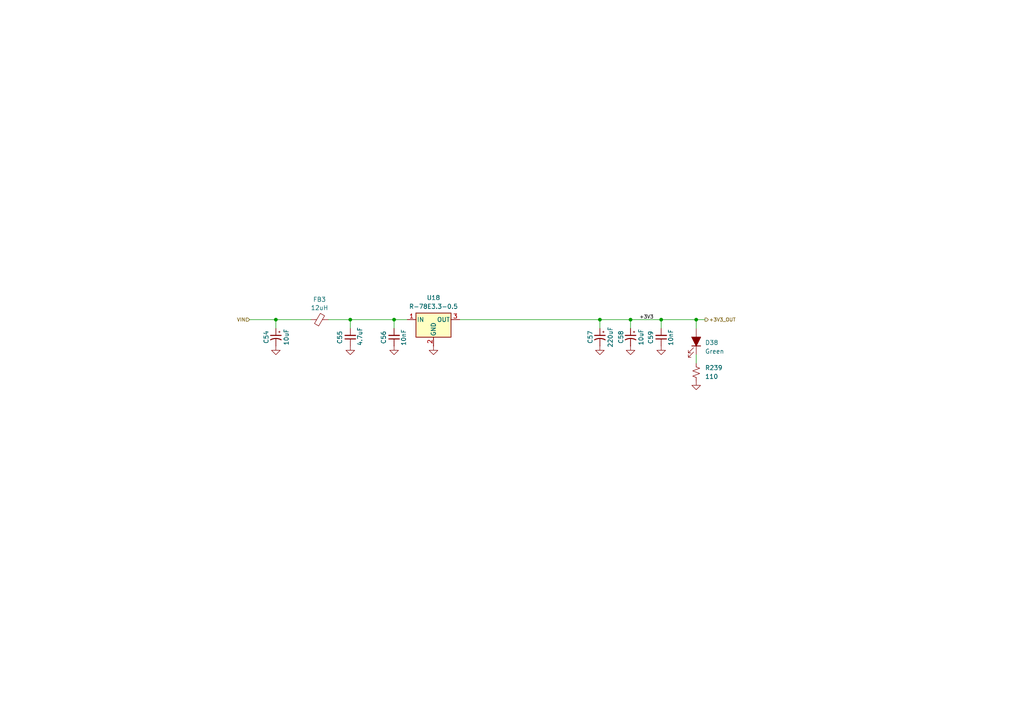
<source format=kicad_sch>
(kicad_sch (version 20250114) (generator "eeschema") (generator_version "9.0")
  (paper "A4")
  (lib_symbols
    (symbol "Device:C_Polarized_Small_US" (pin_numbers (hide yes)) (pin_names (offset 0.254) (hide yes))
      (property "Reference" "C" (at 0.254 1.778 0))
      (property "Value" "C_Polarized_Small_US" (at 0.254 -2.032 0))
      (symbol "C_Polarized_Small_US_0_1"
        (polyline (pts (xy -1.524 0.508) (xy 1.524 0.508)) (stroke (width 0.3048)))
        (polyline (pts (xy -1.27 1.524) (xy -0.762 1.524)))
        (polyline (pts (xy -1.016 1.27) (xy -1.016 1.778)))
        (arc (start -1.524 -0.762) (mid 0 -0.3734) (end 1.524 -0.762) (stroke (width 0.3048)))
      )
      (symbol "C_Polarized_Small_US_1_1"
        (pin passive line (at 0 2.54 270) (length 2.032) (name "~") (number "1"))
        (pin passive line (at 0 -2.54 90) (length 2.032) (name "~") (number "2"))
      )
    )
    (symbol "Device:C_Small" (pin_numbers (hide yes)) (pin_names (offset 0.254) (hide yes))
      (property "Reference" "C" (at 0.254 1.778 0))
      (property "Value" "C_Small" (at 0.254 -2.032 0))
      (symbol "C_Small_0_1"
        (polyline (pts (xy -1.524 0.508) (xy 1.524 0.508)) (stroke (width 0.3048)))
        (polyline (pts (xy -1.524 -0.508) (xy 1.524 -0.508)) (stroke (width 0.3302)))
      )
      (symbol "C_Small_1_1"
        (pin passive line (at 0 2.54 270) (length 2.032) (name "~") (number "1"))
        (pin passive line (at 0 -2.54 90) (length 2.032) (name "~") (number "2"))
      )
    )
    (symbol "Device:FerriteBead_Small" (pin_numbers (hide yes)) (pin_names (offset 0))
      (property "Reference" "FB" (at 1.905 1.27 0))
      (property "Value" "FerriteBead_Small" (at 1.905 -1.27 0))
      (symbol "FerriteBead_Small_0_1"
        (polyline (pts (xy -1.8288 0.2794) (xy -1.1176 1.4986) (xy 1.8288 -0.2032) (xy 1.1176 -1.4224) (xy -1.8288 0.2794)))
        (polyline (pts (xy 0 0.889) (xy 0 1.2954)))
        (polyline (pts (xy 0 -1.27) (xy 0 -0.7874)))
      )
      (symbol "FerriteBead_Small_1_1"
        (pin passive line (at 0 2.54 270) (length 1.27) (name "~") (number "1"))
        (pin passive line (at 0 -2.54 90) (length 1.27) (name "~") (number "2"))
      )
    )
    (symbol "Device:LED_Filled" (pin_numbers (hide yes)) (pin_names (offset 1.016) (hide yes))
      (property "Reference" "D" (at 0 2.54 0))
      (property "Value" "LED_Filled" (at 0 -2.54 0))
      (symbol "LED_Filled_0_1"
        (polyline (pts (xy -3.048 -0.762) (xy -4.572 -2.286) (xy -3.81 -2.286) (xy -4.572 -2.286) (xy -4.572 -1.524)))
        (polyline (pts (xy -1.778 -0.762) (xy -3.302 -2.286) (xy -2.54 -2.286) (xy -3.302 -2.286) (xy -3.302 -1.524)))
        (polyline (pts (xy -1.27 0) (xy 1.27 0)))
        (polyline (pts (xy -1.27 -1.27) (xy -1.27 1.27)) (stroke (width 0.254)))
        (polyline (pts (xy 1.27 -1.27) (xy 1.27 1.27) (xy -1.27 0) (xy 1.27 -1.27)) (stroke (width 0.254)) (fill (type outline)))
      )
      (symbol "LED_Filled_1_1"
        (pin passive line (at -3.81 0 0) (length 2.54) (name "K") (number "1"))
        (pin passive line (at 3.81 0 180) (length 2.54) (name "A") (number "2"))
      )
    )
    (symbol "Device:R_Small_US" (pin_numbers (hide yes)) (pin_names (offset 0.254) (hide yes))
      (property "Reference" "R" (at 0.762 0.508 0))
      (property "Value" "R_Small_US" (at 0.762 -1.016 0))
      (symbol "R_Small_US_1_1"
        (polyline (pts (xy 0 1.524) (xy 1.016 1.143) (xy 0 0.762) (xy -1.016 0.381) (xy 0 0)))
        (polyline (pts (xy 0 0) (xy 1.016 -0.381) (xy 0 -0.762) (xy -1.016 -1.143) (xy 0 -1.524)))
        (pin passive line (at 0 2.54 270) (length 1.016) (name "~") (number "1"))
        (pin passive line (at 0 -2.54 90) (length 1.016) (name "~") (number "2"))
      )
    )
    (symbol "Regulator_Switching:R-78E3.3-0.5" (pin_names (offset 0.254))
      (property "Reference" "U" (at -3.81 3.175 0))
      (property "Value" "R-78E3.3-0.5" (at 0 3.175 0))
      (symbol "R-78E3.3-0.5_0_1"
        (rectangle (start -5.08 1.905) (end 5.08 -5.08) (stroke (width 0.254)) (fill (type background)))
      )
      (symbol "R-78E3.3-0.5_1_1"
        (pin power_in line (at -7.62 0 0) (length 2.54) (name "IN") (number "1"))
        (pin power_in line (at 0 -7.62 90) (length 2.54) (name "GND") (number "2"))
        (pin power_out line (at 7.62 0 180) (length 2.54) (name "OUT") (number "3"))
      )
    )
    (symbol "power:GND" (power) (pin_numbers (hide yes)) (pin_names (offset 0) (hide yes))
      (property "Value" "GND" (at 0 -3.81 0))
      (symbol "GND_0_1"
        (polyline (pts (xy 0 0) (xy 0 -1.27) (xy 1.27 -1.27) (xy 0 -2.54) (xy -1.27 -1.27) (xy 0 -1.27)))
      )
      (symbol "GND_1_1"
        (pin power_in line (at 0 0 270) (length 0) (name "~") (number "1"))
      )
    )
  )
  (junction (at 80.01 92.71))
  (junction (at 101.6 92.71))
  (junction (at 114.3 92.71))
  (junction (at 173.99 92.71))
  (junction (at 182.88 92.71))
  (junction (at 191.77 92.71))
  (junction (at 201.93 92.71))
  (wire (pts (xy 133.35 92.71) (xy 173.99 92.71)))
  (wire (pts (xy 201.93 92.71) (xy 204.47 92.71)))
  (wire (pts (xy 182.88 92.71) (xy 191.77 92.71)))
  (wire (pts (xy 173.99 92.71) (xy 173.99 95.25)))
  (wire (pts (xy 114.3 92.71) (xy 114.3 95.25)))
  (wire (pts (xy 72.39 92.71) (xy 80.01 92.71)))
  (wire (pts (xy 201.93 95.25) (xy 201.93 92.71)))
  (wire (pts (xy 114.3 92.71) (xy 118.11 92.71)))
  (wire (pts (xy 201.93 102.87) (xy 201.93 105.41)))
  (wire (pts (xy 101.6 92.71) (xy 114.3 92.71)))
  (wire (pts (xy 182.88 92.71) (xy 182.88 95.25)))
  (wire (pts (xy 80.01 92.71) (xy 80.01 95.25)))
  (wire (pts (xy 173.99 92.71) (xy 182.88 92.71)))
  (wire (pts (xy 101.6 92.71) (xy 101.6 95.25)))
  (wire (pts (xy 191.77 95.25) (xy 191.77 92.71)))
  (wire (pts (xy 95.25 92.71) (xy 101.6 92.71)))
  (wire (pts (xy 191.77 92.71) (xy 201.93 92.71)))
  (wire (pts (xy 80.01 92.71) (xy 90.17 92.71)))
  (label "+3V3" (at 185.42 92.71 0) (effects (font (size 1 1))))
  (hierarchical_label "VIN" (shape input) (at 72.39 92.71 180) (effects (font (size 1 1))))
  (hierarchical_label "+3V3_OUT" (shape output) (at 204.47 92.71 0) (effects (font (size 1 1))))
  (symbol (lib_id "Device:C_Polarized_Small_US") (at 182.88 97.79 0) (mirror y) (unit 1)
    (property "Reference" "C58" (at 180.086 97.79 90))
    (property "Value" "10uF" (at 185.928 97.79 90))
    (property "Description" "Polarized capacitor, small US symbol" (effects (hide yes)))
  )
  (symbol (lib_id "power:GND") (at 201.93 110.49 0) (unit 1)
    (property "Reference" "#PWR0158" (effects (hide yes)))
    (property "Value" "GND" (effects (hide yes)))
    (property "Description" "Power symbol creates a global label with name \"GND\" , ground" (effects (hide yes)))
  )
  (symbol (lib_id "Device:LED_Filled") (at 201.93 99.06 270) (mirror x) (unit 1)
    (property "Reference" "D38" (at 204.47 99.3774 90) (effects (justify left)))
    (property "Value" "Green" (at 204.47 101.9174 90) (effects (justify left)))
    (property "Footprint" "LED_THT:LED_D5.0mm" (effects (hide yes)))
    (property "Description" "Light emitting diode, filled shape" (effects (hide yes)))
    (property "DigiKey Part Number" "732-5016-ND" (effects (hide yes)))
  )
  (symbol (lib_id "Device:C_Polarized_Small_US") (at 80.01 97.79 0) (mirror y) (unit 1)
    (property "Reference" "C54" (at 77.216 97.79 90))
    (property "Value" "10uF" (at 83.058 97.79 90))
    (property "Description" "Polarized capacitor, small US symbol" (effects (hide yes)))
  )
  (symbol (lib_id "power:GND") (at 114.3 100.33 0) (unit 1)
    (property "Reference" "#PWR0153" (effects (hide yes)))
    (property "Value" "GND" (effects (hide yes)))
    (property "Description" "Power symbol creates a global label with name \"GND\" , ground" (effects (hide yes)))
  )
  (symbol (lib_id "Device:C_Polarized_Small_US") (at 173.99 97.79 0) (mirror y) (unit 1)
    (property "Reference" "C57" (at 171.196 97.79 90))
    (property "Value" "220uF" (at 177.038 97.79 90))
    (property "Description" "Polarized capacitor, small US symbol" (effects (hide yes)))
  )
  (symbol (lib_id "power:GND") (at 191.77 100.33 0) (unit 1)
    (property "Reference" "#PWR0157" (effects (hide yes)))
    (property "Value" "GND" (effects (hide yes)))
    (property "Description" "Power symbol creates a global label with name \"GND\" , ground" (effects (hide yes)))
  )
  (symbol (lib_id "power:GND") (at 182.88 100.33 0) (unit 1)
    (property "Reference" "#PWR0156" (effects (hide yes)))
    (property "Value" "GND" (effects (hide yes)))
    (property "Description" "Power symbol creates a global label with name \"GND\" , ground" (effects (hide yes)))
  )
  (symbol (lib_id "power:GND") (at 101.6 100.33 0) (unit 1)
    (property "Reference" "#PWR0152" (effects (hide yes)))
    (property "Value" "GND" (effects (hide yes)))
    (property "Description" "Power symbol creates a global label with name \"GND\" , ground" (effects (hide yes)))
  )
  (symbol (lib_id "power:GND") (at 80.01 100.33 0) (unit 1)
    (property "Reference" "#PWR0151" (effects (hide yes)))
    (property "Value" "GND" (effects (hide yes)))
    (property "Description" "Power symbol creates a global label with name \"GND\" , ground" (effects (hide yes)))
  )
  (symbol (lib_id "Device:FerriteBead_Small") (at 92.71 92.71 90) (unit 1)
    (property "Reference" "FB3" (at 92.6719 86.8637 90))
    (property "Value" "12uH" (at 92.6719 89.288 90))
    (property "Description" "Ferrite bead, small symbol" (effects (hide yes)))
  )
  (symbol (lib_id "power:GND") (at 173.99 100.33 0) (unit 1)
    (property "Reference" "#PWR0155" (effects (hide yes)))
    (property "Value" "GND" (effects (hide yes)))
    (property "Description" "Power symbol creates a global label with name \"GND\" , ground" (effects (hide yes)))
  )
  (symbol (lib_id "power:GND") (at 125.73 100.33 0) (unit 1)
    (property "Reference" "#PWR0154" (effects (hide yes)))
    (property "Value" "GND" (effects (hide yes)))
    (property "Description" "Power symbol creates a global label with name \"GND\" , ground" (effects (hide yes)))
  )
  (symbol (lib_id "Device:R_Small_US") (at 201.93 107.95 180) (unit 1)
    (property "Reference" "R239" (at 204.47 106.6799 0) (effects (justify right)))
    (property "Value" "110" (at 204.47 109.2199 0) (effects (justify right)))
    (property "Footprint" "Resistor_SMD:R_0603_1608Metric_Pad0.98x0.95mm_HandSolder" (effects (hide yes)))
    (property "Description" "Resistor, small US symbol" (effects (hide yes)))
    (property "DigiKey Part Number" "311-510HRCT-ND" (effects (hide yes)))
  )
  (symbol (lib_id "Device:C_Small") (at 114.3 97.79 180) (unit 1)
    (property "Reference" "C56" (at 111.252 99.822 90) (effects (justify right)))
    (property "Value" "10nF" (at 117.094 100.33 90) (effects (justify right)))
    (property "Description" "Unpolarized capacitor, small symbol" (effects (hide yes)))
  )
  (symbol (lib_id "Device:C_Small") (at 101.6 97.79 180) (unit 1)
    (property "Reference" "C55" (at 98.552 99.822 90) (effects (justify right)))
    (property "Value" "4.7uF" (at 104.394 100.33 90) (effects (justify right)))
    (property "Description" "Unpolarized capacitor, small symbol" (effects (hide yes)))
  )
  (symbol (lib_id "Regulator_Switching:R-78E3.3-0.5") (at 125.73 92.71 0) (unit 1)
    (property "Reference" "U18" (at 125.73 86.36 0))
    (property "Value" "R-78E3.3-0.5" (at 125.73 88.9 0))
    (property "Footprint" "Converter_DCDC:Converter_DCDC_RECOM_R-78E-0.5_THT" (effects (hide yes)))
    (property "Datasheet" "https://www.recom-power.com/pdf/Innoline/R-78Exx-0.5.pdf" (effects (hide yes)))
    (property "Description" "500mA Step-Down DC/DC-Regulator, 6-28V input, 3.3V fixed Output Voltage, LM78xx replacement, -40°C to +85°C, SIP3" (effects (hide yes)))
  )
  (symbol (lib_id "Device:C_Small") (at 191.77 97.79 180) (unit 1)
    (property "Reference" "C59" (at 188.722 99.822 90) (effects (justify right)))
    (property "Value" "10nF" (at 194.564 100.33 90) (effects (justify right)))
    (property "Description" "Unpolarized capacitor, small symbol" (effects (hide yes)))
  )
)
</source>
